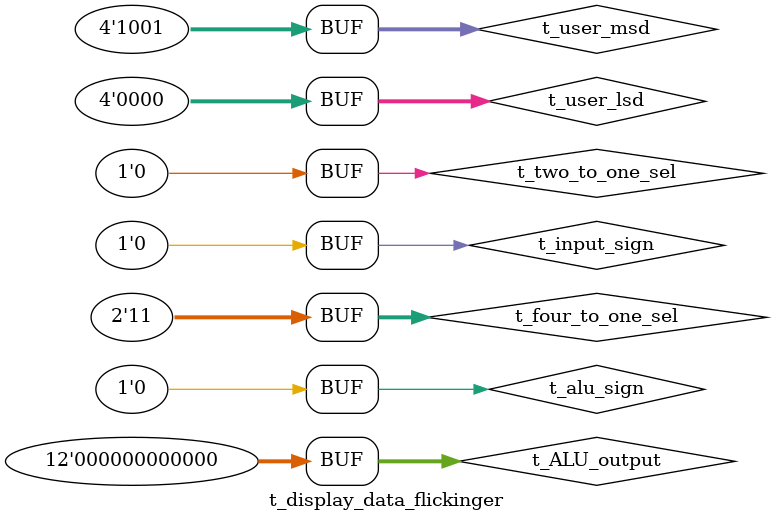
<source format=v>
`timescale 1ns / 1ps


module t_display_data_flickinger();
    reg[3:0] t_user_msd, t_user_lsd;
    reg[11:0] t_ALU_output;
    reg[1:0] t_four_to_one_sel;
    reg t_alu_sign, t_input_sign, t_two_to_one_sel;
    wire t_a_out, t_b_out, t_c_out, t_d_out, t_e_out, t_f_out, t_g_out;
    wire[7:0] t_AN;
    
    display_data_output_circuit uut(t_user_msd, t_user_lsd, t_ALU_output, t_four_to_one_sel, t_alu_sign, t_input_sign, t_two_to_one_sel, t_a_out, t_b_out, t_c_out, t_d_out, t_e_out, t_f_out, t_g_out, t_AN);
    
    initial
        begin
            t_alu_sign = 0;
            t_ALU_output = 12'b000000000000;        
            t_two_to_one_sel = 0;
          
            //0
            t_input_sign = 0;
            t_user_msd = 4'b0000;
            t_user_lsd = 4'b1001; 
            t_four_to_one_sel = 2'b00;
            
            //1
            #50
            t_input_sign = 0;
            t_user_msd = 4'b0000;
            t_user_lsd = 4'b1001; 
            t_four_to_one_sel = 2'b01;
                        
            //2
            #50
            t_input_sign = 0;
            t_user_msd = 4'b0001;
            t_user_lsd = 4'b1000; 
            t_four_to_one_sel = 2'b10;
                        
            //3
            #50
            t_input_sign = 0;
            t_user_msd = 4'b0001;
            t_user_lsd = 4'b1000; 
            t_four_to_one_sel = 2'b11;
                        
            //4
            #50
            t_input_sign = 0;
            t_user_msd = 4'b0010;
            t_user_lsd = 4'b0111; 
            t_four_to_one_sel = 2'b00;
            
            //5
            #50
            t_input_sign = 0;
            t_user_msd = 4'b0010;
            t_user_lsd = 4'b0111; 
            t_four_to_one_sel = 2'b01;
                        
            //6
            #50
            t_input_sign = 0;
            t_user_msd = 4'b0011;
            t_user_lsd = 4'b0110; 
            t_four_to_one_sel = 2'b10;
            
            //7
            #50
            t_input_sign = 0;
            t_user_msd = 4'b0011;
            t_user_lsd = 4'b0110; 
            t_four_to_one_sel = 2'b11;
            
            //8
            #50
            t_input_sign = 1;
            t_user_msd = 4'b0100;
            t_user_lsd = 4'b0101; 
            t_four_to_one_sel = 2'b00;
            
            //9
            #50
            t_input_sign = 1;
            t_user_msd = 4'b0100;
            t_user_lsd = 4'b0101; 
            t_four_to_one_sel = 2'b01;
            
            //10
            #50
            t_input_sign = 1;
            t_user_msd = 4'b0101;
            t_user_lsd = 4'b0100; 
            t_four_to_one_sel = 2'b10;
            
            //11
            #50
            t_input_sign = 1;
            t_user_msd = 4'b0101;
            t_user_lsd = 4'b0100; 
            t_four_to_one_sel = 2'b11;
                        
            //12
            #50
            t_input_sign = 1;
            t_user_msd = 4'b0110;
            t_user_lsd = 4'b0011; 
            t_four_to_one_sel = 2'b00;
                        
            //13
            #50
            t_input_sign = 1;
            t_user_msd = 4'b0110;
            t_user_lsd = 4'b0011; 
            t_four_to_one_sel = 2'b01;
                        
            //14
            #50
            t_input_sign = 1;
            t_user_msd = 4'b0111;
            t_user_lsd = 4'b0010; 
            t_four_to_one_sel = 2'b10;
            
            //15
            #50
            t_input_sign = 1;
            t_user_msd = 4'b0111;
            t_user_lsd = 4'b0010; 
            t_four_to_one_sel = 2'b11;
                        
            //16
            #50
            t_input_sign = 0;
            t_user_msd = 4'b1000;
            t_user_lsd = 4'b0001; 
            t_four_to_one_sel = 2'b00;
            
            //17
            #50
            t_input_sign = 0;
            t_user_msd = 4'b1000;
            t_user_lsd = 4'b0001; 
            t_four_to_one_sel = 2'b01;
            
            //18
            #50
            t_input_sign = 0;
            t_user_msd = 4'b1001;
            t_user_lsd = 4'b0000; 
            t_four_to_one_sel = 2'b10;
            
            //19
            #50
            t_input_sign = 0;
            t_user_msd = 4'b1001;
            t_user_lsd = 4'b0000; 
            t_four_to_one_sel = 2'b11;
            
        end
endmodule

</source>
